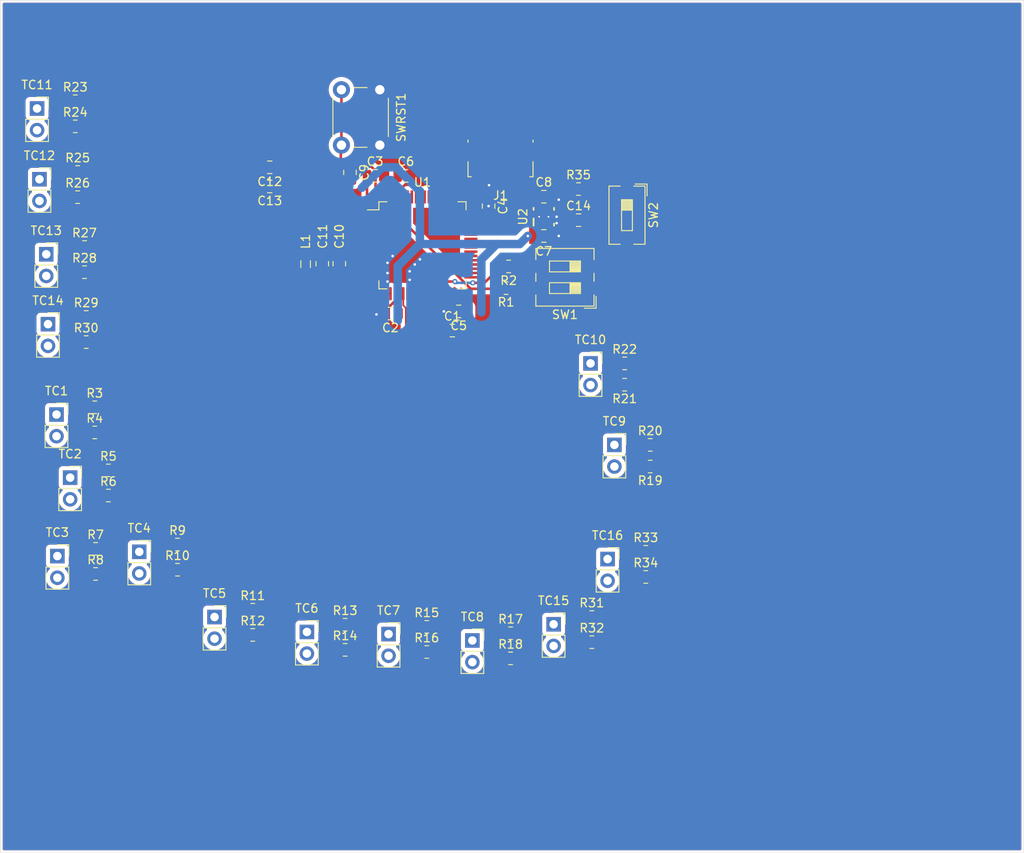
<source format=kicad_pcb>
(kicad_pcb (version 20240108) (generator "pcbnew") (generator_version "8.0")
  (layers (0 "F.Cu" signal) (31 "B.Cu" signal) (34 "B.Paste" user) (35 "F.Paste" user) (36 "B.SilkS" user "B.Silkscreen") (37 "F.SilkS" user "F.Silkscreen") (38 "B.Mask" user) (39 "F.Mask" user) (44 "Edge.Cuts" user))
  (net 0 "")
  (net 1 "Net-(U1-VCAP1)")
  (net 2 "VSS")
  (net 3 "VDD")
  (net 4 "VBUS")
  (net 5 "Net-(U1-NRST)")
  (net 6 "VDDA")
  (net 7 "Net-(U1-PH0)")
  (net 8 "Net-(U1-PH1)")
  (net 9 "Net-(U2-EN)")
  (net 10 "/MCU/USB_D-")
  (net 11 "/MCU/USB_D+")
  (net 12 "/MCU/USB_ID")
  (net 14 "Net-(R1-Pad1)")
  (net 15 "BOOT0")
  (net 16 "Net-(R2-Pad1)")
  (net 17 "BOOT1")
  (net 18 "/MCU/ADC_IN0")
  (net 19 "VSSA")
  (net 20 "Net-(TC1-+)")
  (net 21 "/MCU/ADC_IN1")
  (net 22 "Net-(TC2-+)")
  (net 23 "/MCU/ADC_IN2")
  (net 24 "Net-(TC3-+)")
  (net 25 "/MCU/ADC_IN3")
  (net 26 "Net-(TC4-+)")
  (net 27 "/MCU/ADC_IN4")
  (net 28 "Net-(TC5-+)")
  (net 29 "/MCU/ADC_IN5")
  (net 30 "Net-(TC6-+)")
  (net 31 "/MCU/ADC_IN6")
  (net 32 "Net-(TC7-+)")
  (net 33 "/MCU/ADC_IN7")
  (net 34 "Net-(TC8-+)")
  (net 35 "/MCU/ADC_IN8")
  (net 36 "Net-(TC9-+)")
  (net 37 "/MCU/ADC_IN9")
  (net 38 "Net-(TC10-+)")
  (net 39 "/MCU/ADC_IN10")
  (net 40 "Net-(TC11-+)")
  (net 41 "/MCU/ADC_IN11")
  (net 42 "Net-(TC12-+)")
  (net 43 "/MCU/ADC_IN12")
  (net 44 "Net-(TC13-+)")
  (net 45 "/MCU/ADC_IN13")
  (net 46 "Net-(TC14-+)")
  (net 47 "/MCU/ADC_IN14")
  (net 48 "Net-(TC15-+)")
  (net 49 "/MCU/ADC_IN15")
  (net 50 "Net-(TC16-+)")
  (footprint "Connector_PinSocket_2.54mm:PinSocket_1x02_P2.54mm_Vertical" (layer "F.Cu") (at 65.6 62)
    (property "Reference" "TC14")
    (property "Value" "0-60V")
  )
  (footprint "Resistor_SMD:R_0805_2012Metric" (layer "F.Cu") (at 68.8 38.8)
    (property "Reference" "R24")
    (property "Value" "10kR")
  )
  (footprint "local:DRV0006A" (layer "F.Cu") (at 123.725 49.4 90)
    (property "Reference" "U2")
    (property "Value" "TLV75533PDRVR")
  )
  (footprint "Resistor_SMD:R_0805_2012Metric" (layer "F.Cu") (at 68.8 35.85)
    (property "Reference" "R23")
    (property "Value" "10kR")
  )
  (footprint "Capacitor_SMD:C_0805_2012Metric" (layer "F.Cu") (at 127.8 49.8)
    (property "Reference" "C14")
    (property "Value" "0u1F")
  )
  (footprint "Connector_PinSocket_2.54mm:PinSocket_1x02_P2.54mm_Vertical" (layer "F.Cu") (at 95.95 98.1)
    (property "Reference" "TC6")
    (property "Value" "0-60V")
  )
  (footprint "Resistor_SMD:R_0805_2012Metric" (layer "F.Cu") (at 71.08 71.75)
    (property "Reference" "R3")
    (property "Value" "10kR")
  )
  (footprint "Capacitor_SMD:C_0805_2012Metric" (layer "F.Cu") (at 91.6 43.6 180)
    (property "Reference" "C12")
    (property "Value" "CL1")
  )
  (footprint "Resistor_SMD:R_0805_2012Metric" (layer "F.Cu") (at 71.18 88.35)
    (property "Reference" "R7")
    (property "Value" "10kR")
  )
  (footprint "Button_Switch_SMD:SW_DIP_SPSTx02_Slide_6.7x6.64mm_W6.73mm_P2.54mm_LowProfile_JPin" (layer "F.Cu") (at 126.2 56.5 180)
    (property "Reference" "SW1")
    (property "Value" "SW_DIP_x02")
  )
  (footprint "Connector_USB:USB_Micro-B_Molex_47346-0001" (layer "F.Cu") (at 118.65 43 180)
    (property "Reference" "J1")
    (property "Value" "USB_B_Micro")
  )
  (footprint "Resistor_SMD:R_0805_2012Metric" (layer "F.Cu") (at 129.355 96.35)
    (property "Reference" "R31")
    (property "Value" "10kR")
  )
  (footprint "Capacitor_SMD:C_0805_2012Metric" (layer "F.Cu") (at 99.75 54.9125 90)
    (property "Reference" "C10")
    (property "Value" "1uF")
  )
  (footprint "Resistor_SMD:R_0805_2012Metric" (layer "F.Cu") (at 135.68 88.7)
    (property "Reference" "R33")
    (property "Value" "10kR")
  )
  (footprint "Resistor_SMD:R_0805_2012Metric" (layer "F.Cu") (at 70.08 61.15)
    (property "Reference" "R29")
    (property "Value" "10kR")
  )
  (footprint "Connector_PinSocket_2.54mm:PinSocket_1x02_P2.54mm_Vertical" (layer "F.Cu") (at 124.875 97.2)
    (property "Reference" "TC15")
    (property "Value" "0-60V")
  )
  (footprint "Resistor_SMD:R_0805_2012Metric" (layer "F.Cu") (at 72.68 82.1)
    (property "Reference" "R6")
    (property "Value" "10kR")
  )
  (footprint "Resistor_SMD:R_0805_2012Metric" (layer "F.Cu") (at 119.83 98.25)
    (property "Reference" "R17")
    (property "Value" "10kR")
  )
  (footprint "Resistor_SMD:R_0805_2012Metric" (layer "F.Cu") (at 133.2 69.1 180)
    (property "Reference" "R21")
    (property "Value" "10kR")
  )
  (footprint "Capacitor_SMD:C_0805_2012Metric" (layer "F.Cu") (at 105.75 60.75 180)
    (property "Reference" "C2")
    (property "Value" "4u7F")
  )
  (footprint "Resistor_SMD:R_0805_2012Metric" (layer "F.Cu") (at 119.3 57.77 180)
    (property "Reference" "R1")
    (property "Value" "10kR")
  )
  (footprint "Connector_PinSocket_2.54mm:PinSocket_1x02_P2.54mm_Vertical" (layer "F.Cu") (at 65.4 53.8)
    (property "Reference" "TC13")
    (property "Value" "0-60V")
  )
  (footprint "Resistor_SMD:R_0805_2012Metric" (layer "F.Cu") (at 100.43 97.25)
    (property "Reference" "R13")
    (property "Value" "10kR")
  )
  (footprint "Resistor_SMD:R_0805_2012Metric" (layer "F.Cu") (at 119.6 55.23 180)
    (property "Reference" "R2")
    (property "Value" "10kR")
  )
  (footprint "Connector_PinSocket_2.54mm:PinSocket_1x02_P2.54mm_Vertical" (layer "F.Cu") (at 105.525 98.35)
    (property "Reference" "TC7")
    (property "Value" "0-60V")
  )
  (footprint "Resistor_SMD:R_0805_2012Metric" (layer "F.Cu") (at 71.08 74.7)
    (property "Reference" "R4")
    (property "Value" "10kR")
  )
  (footprint "Connector_PinSocket_2.54mm:PinSocket_1x02_P2.54mm_Vertical" (layer "F.Cu") (at 85.125 96.35)
    (property "Reference" "TC5")
    (property "Value" "0-60V")
  )
  (footprint "Connector_PinSocket_2.54mm:PinSocket_1x02_P2.54mm_Vertical" (layer "F.Cu") (at 115.35 99.1)
    (property "Reference" "TC8")
    (property "Value" "0-60V")
  )
  (footprint "Resistor_SMD:R_0805_2012Metric" (layer "F.Cu") (at 89.605 95.5)
    (property "Reference" "R11")
    (property "Value" "10kR")
  )
  (footprint "Resistor_SMD:R_0805_2012Metric" (layer "F.Cu") (at 69.08 47.1)
    (property "Reference" "R26")
    (property "Value" "10kR")
  )
  (footprint "Resistor_SMD:R_0805_2012Metric" (layer "F.Cu") (at 69.88 52.95)
    (property "Reference" "R27")
    (property "Value" "10kR")
  )
  (footprint "Resistor_SMD:R_0805_2012Metric" (layer "F.Cu") (at 69.08 44.15)
    (property "Reference" "R25")
    (property "Value" "10kR")
  )
  (footprint "Capacitor_SMD:C_0805_2012Metric" (layer "F.Cu") (at 123.725 51.65)
    (property "Reference" "C7")
    (property "Value" "1uF")
  )
  (footprint "Capacitor_SMD:C_0805_2012Metric" (layer "F.Cu") (at 123.725 47.05 180)
    (property "Reference" "C8")
    (property "Value" "1uF")
  )
  (footprint "Resistor_SMD:R_0805_2012Metric" (layer "F.Cu") (at 135.68 91.65)
    (property "Reference" "R34")
    (property "Value" "10kR")
  )
  (footprint "Connector_PinSocket_2.54mm:PinSocket_1x02_P2.54mm_Vertical" (layer "F.Cu") (at 68.2 80)
    (property "Reference" "TC2")
    (property "Value" "0-60V")
  )
  (footprint "Button_Switch_SMD:SW_DIP_SPSTx01_Slide_6.7x4.1mm_W6.73mm_P2.54mm_LowProfile_JPin" (layer "F.Cu") (at 133.475 49.215 -90)
    (property "Reference" "SW2")
    (property "Value" "SW_DIP_x01")
  )
  (footprint "Connector_PinSocket_2.54mm:PinSocket_1x02_P2.54mm_Vertical" (layer "F.Cu") (at 66.6 72.6)
    (property "Reference" "TC1")
    (property "Value" "0-60V")
  )
  (footprint "Resistor_SMD:R_0805_2012Metric" (layer "F.Cu") (at 71.18 91.3)
    (property "Reference" "R8")
    (property "Value" "10kR")
  )
  (footprint "Resistor_SMD:R_0805_2012Metric" (layer "F.Cu") (at 100.43 100.2)
    (property "Reference" "R14")
    (property "Value" "10kR")
  )
  (footprint "Resistor_SMD:R_0805_2012Metric" (layer "F.Cu") (at 80.78 90.8)
    (property "Reference" "R10")
    (property "Value" "10kR")
  )
  (footprint "Resistor_SMD:R_0805_2012Metric" (layer "F.Cu") (at 72.68 79.15)
    (property "Reference" "R5")
    (property "Value" "10kR")
  )
  (footprint "Connector_PinSocket_2.54mm:PinSocket_1x02_P2.54mm_Vertical" (layer "F.Cu") (at 132 76.16)
    (property "Reference" "TC9")
    (property "Value" "0-60V")
  )
  (footprint "Capacitor_SMD:C_0805_2012Metric" (layer "F.Cu") (at 113 62.75)
    (property "Reference" "C1")
    (property "Value" "2u2F")
  )
  (footprint "Connector_PinSocket_2.54mm:PinSocket_1x02_P2.54mm_Vertical" (layer "F.Cu") (at 64.6 45)
    (property "Reference" "TC12")
    (property "Value" "0-60V")
  )
  (footprint "Package_QFP:LQFP-64_10x10mm_P0.5mm" (layer "F.Cu") (at 109.5 52.75)
    (property "Reference" "U1")
    (property "Value" "STM32F401R_B-C_Tx")
  )
  (footprint "Resistor_SMD:R_0805_2012Metric" (layer "F.Cu") (at 119.83 101.2)
    (property "Reference" "R18")
    (property "Value" "10kR")
  )
  (footprint "Inductor_SMD:L_0805_2012Metric" (layer "F.Cu") (at 95.8 54.95 -90)
    (property "Reference" "L1")
    (property "Value" "L")
  )
  (footprint "Capacitor_SMD:C_0805_2012Metric" (layer "F.Cu") (at 117.25 48.15 -90)
    (property "Reference" "C4")
    (property "Value" "100nF")
  )
  (footprint "Capacitor_SMD:C_0805_2012Metric" (layer "F.Cu") (at 103.95 44.6)
    (property "Reference" "C3")
    (property "Value" "100nF")
  )
  (footprint "Connector_PinSocket_2.54mm:PinSocket_1x02_P2.54mm_Vertical" (layer "F.Cu") (at 66.7 89.2)
    (property "Reference" "TC3")
    (property "Value" "0-60V")
  )
  (footprint "Resistor_SMD:R_0805_2012Metric" (layer "F.Cu") (at 136.2 78.7 180)
    (property "Reference" "R19")
    (property "Value" "10kR")
  )
  (footprint "Capacitor_SMD:C_0805_2012Metric" (layer "F.Cu") (at 101 44.2 -90)
    (property "Reference" "C9")
    (property "Value" "0u1F")
  )
  (footprint "Connector_PinSocket_2.54mm:PinSocket_1x02_P2.54mm_Vertical" (layer "F.Cu") (at 64.32 36.7)
    (property "Reference" "TC11")
    (property "Value" "0-60V")
  )
  (footprint "Capacitor_SMD:C_0805_2012Metric" (layer "F.Cu") (at 107.55 44.6)
    (property "Reference" "C6")
    (property "Value" "100nF")
  )
  (footprint "Capacitor_SMD:C_0805_2012Metric" (layer "F.Cu") (at 91.6 45.85 180)
    (property "Reference" "C13")
    (property "Value" "CL2")
  )
  (footprint "Connector_PinSocket_2.54mm:PinSocket_1x02_P2.54mm_Vertical" (layer "F.Cu") (at 129.2 66.6)
    (property "Reference" "TC10")
    (property "Value" "0-60V")
  )
  (footprint "Capacitor_SMD:C_0805_2012Metric" (layer "F.Cu") (at 113.75 60.5 180)
    (property "Reference" "C5")
    (property "Value" "100nF")
  )
  (footprint "Resistor_SMD:R_0805_2012Metric" (layer "F.Cu") (at 127.7875 46.15)
    (property "Reference" "R35")
    (property "Value" "10k")
  )
  (footprint "Resistor_SMD:R_0805_2012Metric" (layer "F.Cu") (at 70.08 64.1)
    (property "Reference" "R30")
    (property "Value" "10kR")
  )
  (footprint "Resistor_SMD:R_0805_2012Metric" (layer "F.Cu") (at 129.355 99.3)
    (property "Reference" "R32")
    (property "Value" "10kR")
  )
  (footprint "Capacitor_SMD:C_0805_2012Metric" (layer "F.Cu") (at 97.75 54.9125 90)
    (property "Reference" "C11")
    (property "Value" "100nF")
  )
  (footprint "Connector_PinSocket_2.54mm:PinSocket_1x02_P2.54mm_Vertical" (layer "F.Cu") (at 131.2 89.55)
    (property "Reference" "TC16")
    (property "Value" "0-60V")
  )
  (footprint "Button_Switch_THT:SW_PUSH_6mm" (layer "F.Cu") (at 100 41 90)
    (property "Reference" "SWRST1")
    (property "Value" "SW_Push")
  )
  (footprint "Resistor_SMD:R_0805_2012Metric" (layer "F.Cu") (at 110.005 97.5)
    (property "Reference" "R15")
    (property "Value" "10kR")
  )
  (footprint "Resistor_SMD:R_0805_2012Metric" (layer "F.Cu") (at 69.88 55.9)
    (property "Reference" "R28")
    (property "Value" "10kR")
  )
  (footprint "Resistor_SMD:R_0805_2012Metric" (layer "F.Cu") (at 80.78 87.85)
    (property "Reference" "R9")
    (property "Value" "10kR")
  )
  (footprint "Resistor_SMD:R_0805_2012Metric" (layer "F.Cu") (at 89.605 98.45)
    (property "Reference" "R12")
    (property "Value" "10kR")
  )
  (footprint "Connector_PinSocket_2.54mm:PinSocket_1x02_P2.54mm_Vertical" (layer "F.Cu") (at 76.3 88.7)
    (property "Reference" "TC4")
    (property "Value" "0-60V")
  )
  (footprint "Resistor_SMD:R_0805_2012Metric" (layer "F.Cu") (at 136.2 76.16)
    (property "Reference" "R20")
    (property "Value" "10kR")
  )
  (footprint "Resistor_SMD:R_0805_2012Metric" (layer "F.Cu") (at 133.2 66.6)
    (property "Reference" "R22")
    (property "Value" "10kR")
  )
  (footprint "Resistor_SMD:R_0805_2012Metric" (layer "F.Cu") (at 110.005 100.45)
    (property "Reference" "R16")
    (property "Value" "10kR")
  )
  (gr_rect (start 60 24) (end 180 124) (stroke (width 0.05)) (fill none) (layer "Edge.Cuts"))
  (segment (start 99.75 54.20312) (end 99.75 53.9625) (width 0.3) (layer "F.Cu") (net 2))
  (segment (start 106.25 58.425) (end 106.25 59.30312) (width 0.3) (layer "F.Cu") (net 2))
  (segment (start 104.80312 60.75) (end 104.8 60.75) (width 0.3) (layer "F.Cu") (net 2))
  (segment (start 103.825 54.5) (end 104.6 54.5) (width 0.3) (layer "F.Cu") (net 2))
  (segment (start 104.6 54.5) (end 105.5 54.5) (width 0.3) (layer "F.Cu") (net 2))
  (segment (start 106.49688 45.95) (end 106.25 46.19688) (width 0.3) (layer "F.Cu") (net 2))
  (segment (start 106.00312 48.2) (end 106.25 47.95312) (width 0.3) (layer "F.Cu") (net 2))
  (segment (start 105.5 54.5) (end 106 54) (width 0.3) (layer "F.Cu") (net 2))
  (segment (start 104.9 47.60312) (end 105.49688 48.2) (width 0.3) (layer "F.Cu") (net 2))
  (segment (start 103.825 54.5) (end 100.2875 54.5) (width 0.3) (layer "F.Cu") (net 2))
  (segment (start 116.85 49.5) (end 117.25 49.1) (width 0.3) (layer "F.Cu") (net 2))
  (segment (start 117.35 44.46) (end 117.35 45.65) (width 0.3) (layer "F.Cu") (net 2))
  (segment (start 104.9 41) (end 108.5 44.6) (width 0.3) (layer "F.Cu") (net 2))
  (segment (start 104.5 41) (end 104.9 41) (width 0.3) (layer "F.Cu") (net 2))
  (segment (start 104.9 44.6) (end 104.9 47.60312) (width 0.3) (layer "F.Cu") (net 2))
  (segment (start 106.25 46.19688) (end 106.25 47.075) (width 0.3) (layer "F.Cu") (net 2))
  (segment (start 104.6 54.5) (end 105.1 54.5) (width 0.3) (layer "F.Cu") (net 2))
  (segment (start 106.25 47.95312) (end 106.25 47.075) (width 0.3) (layer "F.Cu") (net 2))
  (segment (start 128.7 46.15) (end 128.7 49.75) (width 0.3) (layer "F.Cu") (net 2))
  (segment (start 112.75 60.45) (end 112.8 60.5) (width 0.3) (layer "F.Cu") (net 2))
  (segment (start 115.175 49.5) (end 116.85 49.5) (width 0.3) (layer "F.Cu") (net 2))
  (segment (start 105.49688 48.2) (end 106.00312 48.2) (width 0.3) (layer "F.Cu") (net 2))
  (segment (start 105.1 54.5) (end 105.4 54.8) (width 0.3) (layer "F.Cu") (net 2))
  (segment (start 104.5 41) (end 104.5 34.5) (width 0.3) (layer "F.Cu") (net 2))
  (segment (start 106.25 59.30312) (end 104.80312 60.75) (width 0.3) (layer "F.Cu") (net 2))
  (segment (start 103.25 41) (end 101 43.25) (width 0.3) (layer "F.Cu") (net 2))
  (segment (start 100.2875 54.5) (end 99.75 53.9625) (width 0.3) (layer "F.Cu") (net 2))
  (segment (start 108.5 44.6) (end 107.15 45.95) (width 0.3) (layer "F.Cu") (net 2))
  (segment (start 107.15 45.95) (end 106.49688 45.95) (width 0.3) (layer "F.Cu") (net 2))
  (segment (start 117.35 45.65) (end 117.3 45.7) (width 0.3) (layer "F.Cu") (net 2))
  (segment (start 112.8 60.5) (end 112 60.5) (width 0.3) (layer "F.Cu") (net 2))
  (segment (start 104.5 41) (end 103.25 41) (width 0.3) (layer "F.Cu") (net 2))
  (segment (start 99.75 53.9625) (end 97.75 53.9625) (width 0.3) (layer "F.Cu") (net 2))
  (segment (start 117.25 48.15) (end 117.25 49.1) (width 0.3) (layer "F.Cu") (net 2))
  (segment (start 128.7 49.75) (end 128.75 49.8) (width 0.3) (layer "F.Cu") (net 2))
  (segment (start 112.75 58.425) (end 112.75 60.45) (width 0.3) (layer "F.Cu") (net 2))
  (via (at 108 56.8) (size 0.6) (drill 0.3) (layers "F.Cu" "B.Cu") (net 2))
  (via (at 106 54) (size 0.6) (drill 0.3) (layers "F.Cu" "B.Cu") (net 2))
  (via (at 112 60.5) (size 0.6) (drill 0.3) (layers "F.Cu" "B.Cu") (net 2))
  (via (at 125.225 49.4) (size 0.6) (drill 0.3) (layers "F.Cu" "B.Cu") (net 2))
  (via (at 117.25 48.15) (size 0.6) (drill 0.3) (layers "F.Cu" "B.Cu") (net 2))
  (via (at 105.4 57) (size 0.6) (drill 0.3) (layers "F.Cu" "B.Cu") (net 2))
  (via (at 104.104747 60.854747) (size 0.6) (drill 0.3) (layers "F.Cu" "B.Cu") (net 2))
  (via (at 109.2 54.4) (size 0.6) (drill 0.3) (layers "F.Cu" "B.Cu") (net 2))
  (via (at 125.475 47.4) (size 0.6) (drill 0.3) (layers "F.Cu" "B.Cu") (net 2))
  (via (at 125.475 51.65) (size 0.6) (drill 0.3) (layers "F.Cu" "B.Cu") (net 2))
  (via (at 105.4 56) (size 0.6) (drill 0.3) (layers "F.Cu" "B.Cu") (net 2))
  (via (at 117.3 45.7) (size 0.6) (drill 0.3) (layers "F.Cu" "B.Cu") (net 2))
  (via (at 105.4 54.8) (size 0.6) (drill 0.3) (layers "F.Cu" "B.Cu") (net 2))
  (via (at 108 55.8) (size 0.6) (drill 0.3) (layers "F.Cu" "B.Cu") (net 2))
  (via (at 108.6 55) (size 0.6) (drill 0.3) (layers "F.Cu" "B.Cu") (net 2))
  (via (at 125.225 50.15) (size 0.6) (drill 0.3) (layers "F.Cu" "B.Cu") (net 2))
  (segment (start 115.45 49) (end 117.25 47.2) (width 0.3) (layer "F.Cu") (net 3))
  (segment (start 126.355 55.23) (end 122.775 51.65) (width 0.2) (layer "F.Cu") (net 3))
  (segment (start 105.75 45.45) (end 105.75 47.075) (width 0.3) (layer "F.Cu") (net 3))
  (segment (start 106.75 58.425) (end 106.75 60.7) (width 0.3) (layer "F.Cu") (net 3))
  (segment (start 129.565 55.23) (end 129.565 57.77) (width 0.2) (layer "F.Cu") (net 3))
  (segment (start 113.25 58.425) (end 113.25 59.05) (width 0.3) (layer "F.Cu") (net 3))
  (segment (start 103 48.175) (end 103.825 49) (width 0.3) (layer "F.Cu") (net 3))
  (segment (start 106.75 60.7) (end 106.7 60.75) (width 0.3) (layer "F.Cu") (net 3))
  (segment (start 103 44.6) (end 103 48.175) (width 0.3) (layer "F.Cu") (net 3))
  (segment (start 129.565 55.23) (end 126.355 55.23) (width 0.2) (layer "F.Cu") (net 3))
  (segment (start 113.25 59.05) (end 114.7 60.5) (width 0.3) (layer "F.Cu") (net 3))
  (segment (start 115.175 49) (end 115.45 49) (width 0.3) (layer "F.Cu") (net 3))
  (segment (start 122.775 51.65) (end 121.85 51.65) (width 1) (layer "F.Cu") (net 3))
  (segment (start 106.6 44.6) (end 105.75 45.45) (width 0.3) (layer "F.Cu") (net 3))
  (via (at 121.85 51.65) (size 0.6) (drill 0.3) (layers "F.Cu" "B.Cu") (net 3))
  (segment (start 118.2 52.6) (end 109.2 52.6) (width 1) (layer "B.Cu") (net 3))
  (segment (start 106.6 55.2) (end 106.6 61.6) (width 1) (layer "B.Cu") (net 3))
  (segment (start 104.8 43.6) (end 102.4 46) (width 1) (layer "B.Cu") (net 3))
  (segment (start 109.2 52.6) (end 106.6 55.2) (width 1) (layer "B.Cu") (net 3))
  (segment (start 106.4 43.6) (end 104.8 43.6) (width 1) (layer "B.Cu") (net 3))
  (segment (start 118.2 52.6) (end 116.4 54.4) (width 1) (layer "B.Cu") (net 3))
  (segment (start 116.4 54.4) (end 116.4 60.6) (width 1) (layer "B.Cu") (net 3))
  (segment (start 109.2 46.4) (end 106.4 43.6) (width 1) (layer "B.Cu") (net 3))
  (segment (start 120.9 52.6) (end 118.2 52.6) (width 1) (layer "B.Cu") (net 3))
  (segment (start 121.85 51.65) (end 120.9 52.6) (width 1) (layer "B.Cu") (net 3))
  (segment (start 109.2 52.6) (end 109.2 46.4) (width 1) (layer "B.Cu") (net 3))
  (segment (start 124.725 45.1) (end 122.775 47.05) (width 0.3) (layer "F.Cu") (net 4))
  (segment (start 121.625 47.05) (end 119.95 45.375) (width 0.3) (layer "F.Cu") (net 4))
  (segment (start 132.725 45.1) (end 124.725 45.1) (width 0.3) (layer "F.Cu") (net 4))
  (segment (start 122.775 47.05) (end 121.625 47.05) (width 0.3) (layer "F.Cu") (net 4))
  (segment (start 133.475 45.85) (end 132.725 45.1) (width 0.3) (layer "F.Cu") (net 4))
  (segment (start 119.95 45.375) (end 119.95 44.46) (width 0.3) (layer "F.Cu") (net 4))
  (segment (start 104 44.019544) (end 104 47.410226) (width 0.3) (layer "F.Cu") (net 5))
  (segment (start 103.505456 43.525) (end 104 44.019544) (width 0.3) (layer "F.Cu") (net 5))
  (segment (start 99.925 41.075) (end 99.925 44.075) (width 0.3) (layer "F.Cu") (net 5))
  (segment (start 104.70312 52) (end 103.825 52) (width 0.3) (layer "F.Cu") (net 5))
  (segment (start 104 47.410226) (end 105 48.410226) (width 0.3) (layer "F.Cu") (net 5))
  (segment (start 105 51.70312) (end 104.70312 52) (width 0.3) (layer "F.Cu") (net 5))
  (segment (start 105 48.410226) (end 105 51.70312) (width 0.3) (layer "F.Cu") (net 5))
  (segment (start 101 45.15) (end 101 45.019544) (width 0.3) (layer "F.Cu") (net 5))
  (segment (start 100 41) (end 99.925 41.075) (width 0.3) (layer "F.Cu") (net 5))
  (segment (start 99.925 44.075) (end 101 45.15) (width 0.3) (layer "F.Cu") (net 5))
  (segment (start 100 34.5) (end 100 41) (width 0.3) (layer "F.Cu") (net 5))
  (segment (start 101 45.019544) (end 102.494544 43.525) (width 0.3) (layer "F.Cu") (net 5))
  (segment (start 102.494544 43.525) (end 103.505456 43.525) (width 0.3) (layer "F.Cu") (net 5))
  (segment (start 95.95 55.8625) (end 95.8 56.0125) (width 0.3) (layer "F.Cu") (net 6))
  (segment (start 99.75 55.8625) (end 100.6125 55) (width 0.3) (layer "F.Cu") (net 6))
  (segment (start 99.75 55.8625) (end 97.75 55.8625) (width 0.3) (layer "F.Cu") (net 6))
  (segment (start 100.6125 55) (end 103.825 55) (width 0.3) (layer "F.Cu") (net 6))
  (segment (start 99.7875 55.9) (end 99.75 55.8625) (width 0.3) (layer "F.Cu") (net 6))
  (segment (start 97.75 55.8625) (end 95.95 55.8625) (width 0.3) (layer "F.Cu") (net 6))
  (segment (start 126.85 46.175) (end 126.875 46.15) (width 0.3) (layer "F.Cu") (net 9))
  (segment (start 126.85 49.8) (end 125.475001 48.425001) (width 0.3) (layer "F.Cu") (net 9))
  (segment (start 126.85 49.8) (end 126.85 46.175) (width 0.3) (layer "F.Cu") (net 9))
  (segment (start 126.85 49.8) (end 129.63 52.58) (width 0.3) (layer "F.Cu") (net 9))
  (segment (start 125.475001 48.425001) (end 124.374999 48.425001) (width 0.3) (layer "F.Cu") (net 9))
  (segment (start 129.63 52.58) (end 133.475 52.58) (width 0.3) (layer "F.Cu") (net 9))
  (segment (start 115.175 51) (end 117.42543 51) (width 0.2) (layer "F.Cu") (net 10))
  (segment (start 117.42543 51) (end 119.3 49.12543) (width 0.2) (layer "F.Cu") (net 10))
  (segment (start 119.3 49.12543) (end 119.3 44.46) (width 0.2) (layer "F.Cu") (net 10))
  (segment (start 118.30218 46.593938) (end 118.30218 46.846118) (width 0.2) (layer "F.Cu") (net 11))
  (segment (start 118.012924 49.84682) (end 117.359744 50.5) (width 0.2) (layer "F.Cu") (net 11))
  (segment (start 118.65 46.420028) (end 118.47609 46.420028) (width 0.2) (layer "F.Cu") (net 11))
  (segment (start 118.65 44.46) (end 118.65 45.695028) (width 0.2) (layer "F.Cu") (net 11))
  (segment (start 118.65 47.445028) (end 118.65 49.209744) (width 0.2) (layer "F.Cu") (net 11))
  (segment (start 118.897752 45.94278) (end 118.897752 46.296152) (width 0.2) (layer "F.Cu") (net 11))
  (segment (start 118.65 47.193938) (end 118.65 47.445028) (width 0.2) (layer "F.Cu") (net 11))
  (segment (start 118.773876 46.420028) (end 118.65 46.420028) (width 0.2) (layer "F.Cu") (net 11))
  (segment (start 117.359744 50.5) (end 115.175 50.5) (width 0.2) (layer "F.Cu") (net 11))
  (segment (start 118.65 49.209744) (end 118.012924 49.84682) (width 0.2) (layer "F.Cu") (net 11))
  (arc (start 118.47609 46.420028) (mid 118.353117 46.470965) (end 118.30218 46.593938) (width 0.2) (layer "F.Cu") (net 11))
  (arc (start 118.897752 46.296152) (mid 118.86147 46.383746) (end 118.773876 46.420028) (width 0.2) (layer "F.Cu") (net 11))
  (arc (start 118.65 45.695028) (mid 118.686282 45.782622) (end 118.773876 45.818904) (width 0.2) (layer "F.Cu") (net 11))
  (arc (start 118.773876 45.818904) (mid 118.86147 45.855186) (end 118.897752 45.94278) (width 0.2) (layer "F.Cu") (net 11))
  (arc (start 118.30218 46.846118) (mid 118.353117 46.969091) (end 118.47609 47.020028) (width 0.2) (layer "F.Cu") (net 11))
  (arc (start 118.47609 47.020028) (mid 118.599063 47.070965) (end 118.65 47.193938) (width 0.2) (layer "F.Cu") (net 11))
  (segment (start 122.835 57.77) (end 120.2125 57.77) (width 0.3) (layer "F.Cu") (net 14))
  (segment (start 115.146879 57.849999) (end 107.75 50.45312) (width 0.3) (layer "F.Cu") (net 15))
  (segment (start 118.3875 57.77) (end 118.307501 57.849999) (width 0.3) (layer "F.Cu") (net 15))
  (segment (start 118.307501 57.849999) (end 115.146879 57.849999) (width 0.3) (layer "F.Cu") (net 15))
  (segment (start 107.75 50.45312) (end 107.75 47.075) (width 0.3) (layer "F.Cu") (net 15))
  (segment (start 122.835 55.23) (end 120.5125 55.23) (width 0.3) (layer "F.Cu") (net 16))
  (segment (start 113.3 57) (end 111.79688 57) (width 0.3) (layer "F.Cu") (net 17))
  (segment (start 118.6875 55.23) (end 116.767501 57.149999) (width 0.3) (layer "F.Cu") (net 17))
  (segment (start 116.767501 57.149999) (end 115.4 57.149999) (width 0.3) (layer "F.Cu") (net 17))
  (segment (start 111.25 57.54688) (end 111.25 58.425) (width 0.3) (layer "F.Cu") (net 17))
  (segment (start 111.79688 57) (end 111.25 57.54688) (width 0.3) (layer "F.Cu") (net 17))
  (via (at 113.3 57) (size 0.6) (drill 0.3) (layers "F.Cu" "B.Cu") (net 17))
  (via (at 115.4 57.149999) (size 0.6) (drill 0.3) (layers "F.Cu" "B.Cu") (net 17))
  (segment (start 115.4 57.149999) (end 113.449999 57.149999) (width 0.3) (layer "B.Cu") (net 17))
  (segment (start 113.449999 57.149999) (end 113.3 57) (width 0.3) (layer "B.Cu") (net 17))
  (segment (start 103.825 55.5) (end 102.2 55.5) (width 0.3) (layer "F.Cu") (net 18))
  (segment (start 102.2 55.5) (end 98.5 59.2) (width 0.3) (layer "F.Cu") (net 18))
  (segment (start 103.825 56) (end 102.94688 56) (width 0.3) (layer "F.Cu") (net 21))
  (segment (start 100 58.94688) (end 100 59.3) (width 0.3) (layer "F.Cu") (net 21))
  (segment (start 102.94688 56) (end 100 58.94688) (width 0.3) (layer "F.Cu") (net 21))
  (segment (start 101.4 58.925) (end 101.4 59) (width 0.3) (layer "F.Cu") (net 23))
  (segment (start 103.825 56.5) (end 101.4 58.925) (width 0.3) (layer "F.Cu") (net 23))
  (segment (start 103.069544 60.9) (end 103 60.9) (width 0.3) (layer "F.Cu") (net 25))
  (segment (start 105.544544 58.425) (end 103.069544 60.9) (width 0.3) (layer "F.Cu") (net 25))
  (segment (start 105.75 58.425) (end 105.544544 58.425) (width 0.3) (layer "F.Cu") (net 25))
  (segment (start 107.25 58.425) (end 107.25 59.790256) (width 0.2) (layer "F.Cu") (net 27))
  (segment (start 107.55 63.35) (end 107.6 63.4) (width 0.2) (layer "F.Cu") (net 27))
  (segment (start 107.25 59.790256) (end 107.55 60.090256) (width 0.2) (layer "F.Cu") (net 27))
  (segment (start 107.55 60.090256) (end 107.55 63.35) (width 0.2) (layer "F.Cu") (net 27))
  (segment (start 107.75 59.72457) (end 107.95 59.92457) (width 0.2) (layer "F.Cu") (net 29))
  (segment (start 107.95 59.92457) (end 107.95 63.081372) (width 0.2) (layer "F.Cu") (net 29))
  (segment (start 107.75 58.425) (end 107.75 59.72457) (width 0.2) (layer "F.Cu") (net 29))
  (segment (start 108 63.131371) (end 108 63.4) (width 0.2) (layer "F.Cu") (net 29))
  (segment (start 107.95 63.081372) (end 108 63.131371) (width 0.2) (layer "F.Cu") (net 29))
  (segment (start 108.35 59.758884) (end 108.35 62.915686) (width 0.2) (layer "F.Cu") (net 31))
  (segment (start 108.25 59.658884) (end 108.35 59.758884) (width 0.2) (layer "F.Cu") (net 31))
  (segment (start 108.25 58.425) (end 108.25 59.658884) (width 0.2) (layer "F.Cu") (net 31))
  (segment (start 108.4 62.965686) (end 108.4 63.4) (width 0.2) (layer "F.Cu") (net 31))
  (segment (start 108.35 62.915686) (end 108.4 62.965686) (width 0.2) (layer "F.Cu") (net 31))
  (segment (start 108.75 58.425) (end 108.8 58.475) (width 0.2) (layer "F.Cu") (net 33))
  (segment (start 108.8 58.475) (end 108.8 63.4) (width 0.2) (layer "F.Cu") (net 33))
  (segment (start 110.25 63.35) (end 110.25 63.55) (width 0.2) (layer "F.Cu") (net 35))
  (segment (start 110.25 58.425) (end 110.25 63.35) (width 0.2) (layer "F.Cu") (net 35))
  (segment (start 110.25 63.55) (end 111.4 64.7) (width 0.2) (layer "F.Cu") (net 35))
  (segment (start 110.75 58.425) (end 110.75 63.45) (width 0.2) (layer "F.Cu") (net 37))
  (segment (start 110.75 63.45) (end 111.4 64.1) (width 0.2) (layer "F.Cu") (net 37))
  (segment (start 111.4 64.1) (end 112.35 64.1) (width 0.2) (layer "F.Cu") (net 37))
  (segment (start 103.825 52.5) (end 102.1 52.5) (width 0.3) (layer "F.Cu") (net 39))
  (segment (start 102.1 52.5) (end 100.6 51) (width 0.3) (layer "F.Cu") (net 39))
  (segment (start 100.6 51) (end 96.5 51) (width 0.3) (layer "F.Cu") (net 39))
  (segment (start 100.392894 51.5) (end 96.5 51.5) (width 0.3) (layer "F.Cu") (net 41))
  (segment (start 101.892894 53) (end 100.392894 51.5) (width 0.3) (layer "F.Cu") (net 41))
  (segment (start 103.825 53) (end 101.892894 53) (width 0.3) (layer "F.Cu") (net 41))
  (segment (start 100.185788 52) (end 96.5 52) (width 0.3) (layer "F.Cu") (net 43))
  (segment (start 103.825 53.5) (end 101.685788 53.5) (width 0.3) (layer "F.Cu") (net 43))
  (segment (start 101.685788 53.5) (end 100.185788 52) (width 0.3) (layer "F.Cu") (net 43))
  (segment (start 101.4 54) (end 100 52.6) (width 0.3) (layer "F.Cu") (net 45))
  (segment (start 103.825 54) (end 101.4 54) (width 0.3) (layer "F.Cu") (net 45))
  (segment (start 100 52.6) (end 96.5 52.6) (width 0.3) (layer "F.Cu") (net 45))
  (segment (start 109.25 58.425) (end 109.25 63.35) (width 0.2) (layer "F.Cu") (net 47))
  (segment (start 109.75 58.425) (end 109.75 63.35) (width 0.2) (layer "F.Cu") (net 49))
  (segment (start 109.75 63.95) (end 110.65 64.85) (width 0.2) (layer "F.Cu") (net 49))
  (segment (start 109.75 63.35) (end 109.75 63.95) (width 0.2) (layer "F.Cu") (net 49))
  (zone (net 6) (net_name "VDDA") (layer "F.Cu") (priority 3) (connect_pads yes (clearance 0.5)) (min_thickness 0.25) (fill yes (thermal_gap 0.5) (thermal_bridge_width 0.5))
    (polygon (pts (xy 100.6 56.7) (xy 100.6 54.9) (xy 95 54.9) (xy 95 56.7)))
  )
  (zone (net 4) (net_name "VBUS") (layer "F.Cu") (priority 2) (connect_pads yes (clearance 0.01)) (min_thickness 0.25) (fill yes (thermal_gap 0.5) (thermal_bridge_width 0.5))
    (polygon (pts (xy 123.425 46.05) (xy 123.425 48.85) (xy 121.925 48.85) (xy 119.625 45.65) (xy 119.625 43.55) (xy 120.325 43.55) (xy 120.325 45.25)))
  )
  (zone (net 3) (net_name "VDD") (layer "F.Cu") (priority 4) (connect_pads yes (clearance 0.2)) (min_thickness 0.25) (fill yes (thermal_gap 0.5) (thermal_bridge_width 0.5))
    (polygon (pts (xy 123.3 52.6) (xy 122 52.6) (xy 122 50) (xy 123.3 50)))
  )
  (zone (net 2) (net_name "VSS") (layer "F.Cu") (priority 3) (connect_pads yes (clearance 0.5)) (min_thickness 0.25) (fill yes (thermal_gap 0.5) (thermal_bridge_width 0.5))
    (polygon (pts (xy 100.6 54.7) (xy 100.6 52.9) (xy 97 52.9) (xy 97 54.7)))
  )
  (zone (net 2) (net_name "VSS") (layers "F&B.Cu") (priority 2) (connect_pads yes (clearance 0.5)) (min_thickness 0.25) (fill yes (thermal_gap 0.5) (thermal_bridge_width 0.5))
    (polygon (pts (xy 60 24) (xy 180 24) (xy 180 124) (xy 60 124)))
  )
)
</source>
